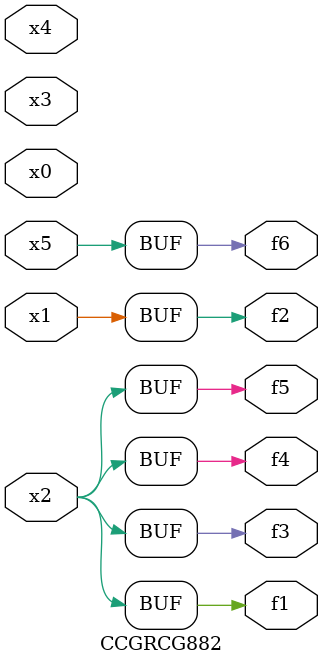
<source format=v>
module CCGRCG882(
	input x0, x1, x2, x3, x4, x5,
	output f1, f2, f3, f4, f5, f6
);
	assign f1 = x2;
	assign f2 = x1;
	assign f3 = x2;
	assign f4 = x2;
	assign f5 = x2;
	assign f6 = x5;
endmodule

</source>
